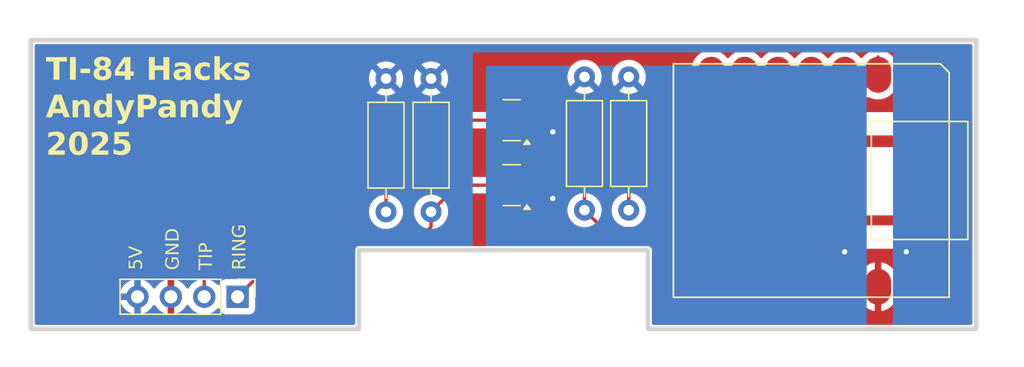
<source format=kicad_pcb>
(kicad_pcb (version 20241229) (generator "pcbnew") (generator_version "9.0")
  (layers (0 "F.Cu" signal) (2 "B.Cu" signal) (13 "F.Paste" user) (15 "B.Paste" user) (5 "F.SilkS" user "F.Silkscreen") (7 "B.SilkS" user "B.Silkscreen") (1 "F.Mask" user) (3 "B.Mask" user) (25 "Edge.Cuts" user))
  (net 0 "")
  (net 1 "RING")
  (net 2 "TIP")
  (net 3 "RING_GPIO")
  (net 4 "TIP_GPIO")
  (net 5 "+5V")
  (net 6 "+3.3V")
  (net 7 "GND")
  (footprint "Package_TO_SOT_SMD:SOT-23" (layer "F.Cu") (at 121.9685 63.119 180)
    (property "Reference" "Q1" (hide yes))
    (property "Value" "MMBF170" (hide yes))
    (fp_line (start 0 1.56) (end 0.65 1.56) (stroke (width 0.12)) (layer "F.SilkS"))
    (fp_line (start 0 1.56) (end -0.65 1.56) (stroke (width 0.12)) (layer "F.SilkS"))
    (fp_line (start 0 -1.56) (end 0.65 -1.56) (stroke (width 0.12)) (layer "F.SilkS"))
    (fp_line (start 0 -1.56) (end -0.65 -1.56) (stroke (width 0.12)) (layer "F.SilkS"))
    (fp_poly (pts (xy -1.1625 -1.51) (xy -1.4025 -1.84) (xy -0.9225 -1.84) (xy -1.1625 -1.51)) (stroke (width 0.12)) (fill yes) (layer "F.SilkS"))
    (pad "1" smd roundrect (at -0.9375 -0.95 180) (size 1.475 0.6) (layers "F.Cu" "F.Mask" "F.Paste") (net 6 "+3.3V"))
    (pad "2" smd roundrect (at -0.9375 0.95 180) (size 1.475 0.6) (layers "F.Cu" "F.Mask" "F.Paste") (net 3 "RING_GPIO"))
    (pad "3" smd roundrect (at 0.9375 0 180) (size 1.475 0.6) (layers "F.Cu" "F.Mask" "F.Paste") (net 1 "RING"))
  )
  (footprint "Connector_PinHeader_2.54mm:PinHeader_1x04_P2.54mm_Vertical" (layer "F.Cu") (at 101.092 71.628 -90)
    (property "Reference" "J1" (hide yes))
    (property "Value" "Conn_01x04" (hide yes))
    (fp_line (start -1.33 8.95) (end 1.33 8.95) (stroke (width 0.12)) (layer "F.SilkS"))
    (fp_line (start -1.33 1.27) (end -1.33 8.95) (stroke (width 0.12)) (layer "F.SilkS"))
    (fp_line (start -1.33 1.27) (end 1.33 1.27) (stroke (width 0.12)) (layer "F.SilkS"))
    (fp_line (start 1.33 1.27) (end 1.33 8.95) (stroke (width 0.12)) (layer "F.SilkS"))
    (fp_line (start -1.33 0) (end -1.33 -1.33) (stroke (width 0.12)) (layer "F.SilkS"))
    (fp_line (start -1.33 -1.33) (end 0 -1.33) (stroke (width 0.12)) (layer "F.SilkS"))
    (pad "1" thru_hole rect (at 0 0 270) (size 1.7 1.7) (drill 1) (layers "*.Cu" "*.Mask") (net 1 "RING"))
    (pad "2" thru_hole oval (at 0 2.54 270) (size 1.7 1.7) (drill 1) (layers "*.Cu" "*.Mask") (net 2 "TIP"))
    (pad "3" thru_hole oval (at 0 5.08 270) (size 1.7 1.7) (drill 1) (layers "*.Cu" "*.Mask") (net 7 "GND"))
    (pad "4" thru_hole oval (at 0 7.62 270) (size 1.7 1.7) (drill 1) (layers "*.Cu" "*.Mask") (net 5 "+5V"))
  )
  (footprint "Resistor_THT:R_Axial_DIN0207_L6.3mm_D2.5mm_P10.16mm_Horizontal" (layer "F.Cu") (at 112.395 54.991 -90)
    (property "Reference" "R4" (hide yes))
    (property "Value" "R" (hide yes))
    (fp_line (start 1.81 1.37) (end 8.35 1.37) (stroke (width 0.12)) (layer "F.SilkS"))
    (fp_line (start 8.35 1.37) (end 8.35 -1.37) (stroke (width 0.12)) (layer "F.SilkS"))
    (fp_line (start 1.04 0) (end 1.81 0) (stroke (width 0.12)) (layer "F.SilkS"))
    (fp_line (start 9.12 0) (end 8.35 0) (stroke (width 0.12)) (layer "F.SilkS"))
    (fp_line (start 1.81 -1.37) (end 1.81 1.37) (stroke (width 0.12)) (layer "F.SilkS"))
    (fp_line (start 8.35 -1.37) (end 1.81 -1.37) (stroke (width 0.12)) (layer "F.SilkS"))
    (pad "1" thru_hole circle (at 0 0 270) (size 1.6 1.6) (drill 0.8) (layers "*.Cu" "*.Mask") (net 5 "+5V"))
    (pad "2" thru_hole oval (at 10.16 0 270) (size 1.6 1.6) (drill 0.8) (layers "*.Cu" "*.Mask") (net 2 "TIP"))
  )
  (footprint "Resistor_THT:R_Axial_DIN0207_L6.3mm_D2.5mm_P10.16mm_Horizontal" (layer "F.Cu") (at 130.876 54.864 -90)
    (property "Reference" "R2" (hide yes))
    (property "Value" "R" (hide yes))
    (fp_line (start 1.81 1.37) (end 8.35 1.37) (stroke (width 0.12)) (layer "F.SilkS"))
    (fp_line (start 8.35 1.37) (end 8.35 -1.37) (stroke (width 0.12)) (layer "F.SilkS"))
    (fp_line (start 1.04 0) (end 1.81 0) (stroke (width 0.12)) (layer "F.SilkS"))
    (fp_line (start 9.12 0) (end 8.35 0) (stroke (width 0.12)) (layer "F.SilkS"))
    (fp_line (start 1.81 -1.37) (end 1.81 1.37) (stroke (width 0.12)) (layer "F.SilkS"))
    (fp_line (start 8.35 -1.37) (end 1.81 -1.37) (stroke (width 0.12)) (layer "F.SilkS"))
    (pad "1" thru_hole circle (at 0 0 270) (size 1.6 1.6) (drill 0.8) (layers "*.Cu" "*.Mask") (net 6 "+3.3V"))
    (pad "2" thru_hole oval (at 10.16 0 270) (size 1.6 1.6) (drill 0.8) (layers "*.Cu" "*.Mask") (net 4 "TIP_GPIO"))
  )
  (footprint "xiao ESP32C3_PCB:MOUDLE14P-SMD-2.54-21X17.8MM" (layer "F.Cu") (at 134.28 53.866 -90)
    (property "Reference" "U1" (hide yes))
    (property "Value" "MOUDLE-SEEEDUINO-XIAO-ESP32C3")
    (fp_line (start 0 0) (end 17.8 0) (stroke (width 0.127)) (layer "F.SilkS"))
    (fp_line (start 17.8 0) (end 17.8 -21) (stroke (width 0.127)) (layer "F.SilkS"))
    (fp_line (start 4.396 -15.072) (end 4.396 -22.425) (stroke (width 0.127)) (layer "F.SilkS"))
    (fp_line (start 13.395 -15.072) (end 4.396 -15.072) (stroke (width 0.127)) (layer "F.SilkS"))
    (fp_line (start 0 -20.3285) (end 0 0) (stroke (width 0.127)) (layer "F.SilkS"))
    (fp_line (start 0.671541 -21) (end 0 -20.3285) (stroke (width 0.127)) (layer "F.SilkS"))
    (fp_line (start 17.8 -21) (end 0.671541 -21) (stroke (width 0.127)) (layer "F.SilkS"))
    (fp_line (start 4.4 -22.424) (end 13.395 -22.424) (stroke (width 0.127)) (layer "F.SilkS"))
    (fp_line (start 13.395 -22.424) (end 13.395 -15.072) (stroke (width 0.127)) (layer "F.SilkS"))
    (pad "1" smd roundrect (at 0.835 -18.12 270) (size 2.75 2) (layers "F.Cu" "F.Mask" "F.Paste") (roundrect_rratio 0.5))
    (pad "2" smd roundrect (at 0.835 -15.58 270) (size 2.75 2) (layers "F.Cu" "F.Mask" "F.Paste") (roundrect_rratio 0.5) (net 4 "TIP_GPIO"))
    (pad "3" smd roundrect (at 0.835 -13.04 270) (size 2.75 2) (layers "F.Cu" "F.Mask" "F.Paste") (roundrect_rratio 0.5))
    (pad "4" smd roundrect (at 0.835 -10.5 270) (size 2.75 2) (layers "F.Cu" "F.Mask" "F.Paste") (roundrect_rratio 0.5))
    (pad "5" smd roundrect (at 0.835 -7.96 270) (size 2.75 2) (layers "F.Cu" "F.Mask" "F.Paste") (roundrect_rratio 0.5))
    (pad "6" smd roundrect (at 0.835 -5.42 270) (size 2.75 2) (layers "F.Cu" "F.Mask" "F.Paste") (roundrect_rratio 0.5))
    (pad "7" smd roundrect (at 0.835 -2.88 270) (size 2.75 2) (layers "F.Cu" "F.Mask" "F.Paste") (roundrect_rratio 0.5))
    (pad "8" smd roundrect (at 17 -2.88 270) (size 2.75 2) (layers "F.Cu" "F.Mask" "F.Paste") (roundrect_rratio 0.5))
    (pad "9" smd roundrect (at 17 -5.42 270) (size 2.75 2) (layers "F.Cu" "F.Mask" "F.Paste") (roundrect_rratio 0.5))
    (pad "10" smd roundrect (at 17 -7.96 270) (size 2.75 2) (layers "F.Cu" "F.Mask" "F.Paste") (roundrect_rratio 0.5))
    (pad "11" smd roundrect (at 17 -10.5 270) (size 2.75 2) (layers "F.Cu" "F.Mask" "F.Paste") (roundrect_rratio 0.5) (net 3 "RING_GPIO"))
    (pad "12" smd roundrect (at 17 -13.04 270) (size 2.75 2) (layers "F.Cu" "F.Mask" "F.Paste") (roundrect_rratio 0.5) (net 6 "+3.3V"))
    (pad "13" smd roundrect (at 17 -15.58 270) (size 2.75 2) (layers "F.Cu" "F.Mask" "F.Paste") (roundrect_rratio 0.5) (net 7 "GND"))
    (pad "14" smd roundrect (at 17 -18.12 270) (size 2.75 2) (layers "F.Cu" "F.Mask" "F.Paste") (roundrect_rratio 0.5) (net 5 "+5V"))
    (zone (net 0) (net_name "") (layer "F.Cu") (connect_pads (clearance 0)) (min_thickness 0.01)
      (keepout (tracks not_allowed) (vias not_allowed) (pads not_allowed) (copperpour not_allowed) (footprints allowed))
      (fill (thermal_gap 0.508) (thermal_bridge_width 0.508))
      (polygon (pts (xy 137.455 60.216) (xy 137.455 65.931) (xy 134.915 65.931) (xy 134.915 60.216)))
    )
    (zone (net 0) (net_name "") (layer "F.Cu") (connect_pads (clearance 0)) (min_thickness 0.01)
      (keepout (tracks not_allowed) (vias not_allowed) (pads not_allowed) (copperpour not_allowed) (footprints allowed))
      (fill (thermal_gap 0.508) (thermal_bridge_width 0.508))
      (polygon (pts (xy 145.583 63.645) (xy 145.583 66.693) (xy 142.535 66.693) (xy 142.535 63.645)))
    )
    (zone (net 0) (net_name "") (layer "F.Cu") (connect_pads (clearance 0)) (min_thickness 0.01)
      (keepout (tracks not_allowed) (vias not_allowed) (pads not_allowed) (copperpour not_allowed) (footprints allowed))
      (fill (thermal_gap 0.508) (thermal_bridge_width 0.508))
      (polygon (pts (xy 147.0435 56.8505) (xy 147.0435 59.7715) (xy 145.0115 59.7715) (xy 145.0115 56.8505)))
    )
    (zone (net 0) (net_name "") (layer "F.Cu") (connect_pads (clearance 0)) (min_thickness 0.01)
      (keepout (tracks not_allowed) (vias not_allowed) (pads not_allowed) (copperpour not_allowed) (footprints allowed))
      (fill (thermal_gap 0.508) (thermal_bridge_width 0.508))
      (polygon (pts (xy 151.298 57.549) (xy 151.298 59.327) (xy 148.631 59.327) (xy 148.631 57.549)))
    )
    (zone (net 0) (net_name "") (layer "F.Cu") (connect_pads (clearance 0)) (min_thickness 0.01)
      (keepout (tracks not_allowed) (vias not_allowed) (pads not_allowed) (copperpour not_allowed) (footprints allowed))
      (fill (thermal_gap 0.508) (thermal_bridge_width 0.508))
      (polygon (pts (xy 151.298 66.185) (xy 151.298 67.963) (xy 148.631 67.963) (xy 148.631 66.185)))
    )
    (zone (net 0) (net_name "") (layer "F.Cu") (connect_pads (clearance 0)) (min_thickness 0.01)
      (keepout (tracks not_allowed) (vias not_allowed) (pads not_allowed) (copperpour not_allowed) (footprints allowed))
      (fill (thermal_gap 0.508) (thermal_bridge_width 0.508))
      (polygon (pts (xy 154.6 60.216) (xy 154.6 65.423) (xy 147.615 65.423) (xy 147.615 60.216)))
    )
    (zone (net 0) (net_name "") (layer "F.Cu") (connect_pads (clearance 0)) (min_thickness 0.01)
      (keepout (tracks not_allowed) (vias not_allowed) (pads not_allowed) (copperpour not_allowed) (footprints allowed))
      (fill (thermal_gap 0.508) (thermal_bridge_width 0.508))
      (polygon (pts (xy 155.362 57.549) (xy 155.362 59.327) (xy 152.695 59.327) (xy 152.695 57.549)))
    )
    (zone (net 0) (net_name "") (layer "F.Cu") (connect_pads (clearance 0)) (min_thickness 0.01)
      (keepout (tracks not_allowed) (vias not_allowed) (pads not_allowed) (copperpour not_allowed) (footprints allowed))
      (fill (thermal_gap 0.508) (thermal_bridge_width 0.508))
      (polygon (pts (xy 155.362 66.185) (xy 155.362 67.963) (xy 152.695 67.963) (xy 152.695 66.185)))
    )
  )
  (footprint "Resistor_THT:R_Axial_DIN0207_L6.3mm_D2.5mm_P10.16mm_Horizontal" (layer "F.Cu") (at 115.824 54.991 -90)
    (property "Reference" "R3" (hide yes))
    (property "Value" "R" (hide yes))
    (fp_line (start 1.81 1.37) (end 8.35 1.37) (stroke (width 0.12)) (layer "F.SilkS"))
    (fp_line (start 8.35 1.37) (end 8.35 -1.37) (stroke (width 0.12)) (layer "F.SilkS"))
    (fp_line (start 1.04 0) (end 1.81 0) (stroke (width 0.12)) (layer "F.SilkS"))
    (fp_line (start 9.12 0) (end 8.35 0) (stroke (width 0.12)) (layer "F.SilkS"))
    (fp_line (start 1.81 -1.37) (end 1.81 1.37) (stroke (width 0.12)) (layer "F.SilkS"))
    (fp_line (start 8.35 -1.37) (end 1.81 -1.37) (stroke (width 0.12)) (layer "F.SilkS"))
    (pad "1" thru_hole circle (at 0 0 270) (size 1.6 1.6) (drill 0.8) (layers "*.Cu" "*.Mask") (net 5 "+5V"))
    (pad "2" thru_hole oval (at 10.16 0 270) (size 1.6 1.6) (drill 0.8) (layers "*.Cu" "*.Mask") (net 1 "RING"))
  )
  (footprint "Package_TO_SOT_SMD:SOT-23" (layer "F.Cu") (at 121.9685 58.166 180)
    (property "Reference" "Q2" (hide yes))
    (property "Value" "MMBF170" (hide yes))
    (fp_line (start 0 1.56) (end 0.65 1.56) (stroke (width 0.12)) (layer "F.SilkS"))
    (fp_line (start 0 1.56) (end -0.65 1.56) (stroke (width 0.12)) (layer "F.SilkS"))
    (fp_line (start 0 -1.56) (end 0.65 -1.56) (stroke (width 0.12)) (layer "F.SilkS"))
    (fp_line (start 0 -1.56) (end -0.65 -1.56) (stroke (width 0.12)) (layer "F.SilkS"))
    (fp_poly (pts (xy -1.1625 -1.51) (xy -1.4025 -1.84) (xy -0.9225 -1.84) (xy -1.1625 -1.51)) (stroke (width 0.12)) (fill yes) (layer "F.SilkS"))
    (pad "1" smd roundrect (at -0.9375 -0.95 180) (size 1.475 0.6) (layers "F.Cu" "F.Mask" "F.Paste") (net 6 "+3.3V"))
    (pad "2" smd roundrect (at -0.9375 0.95 180) (size 1.475 0.6) (layers "F.Cu" "F.Mask" "F.Paste") (net 4 "TIP_GPIO"))
    (pad "3" smd roundrect (at 0.9375 0 180) (size 1.475 0.6) (layers "F.Cu" "F.Mask" "F.Paste") (net 2 "TIP"))
  )
  (footprint "Resistor_THT:R_Axial_DIN0207_L6.3mm_D2.5mm_P10.16mm_Horizontal" (layer "F.Cu") (at 127.508 54.864 -90)
    (property "Reference" "R1" (hide yes))
    (property "Value" "R" (hide yes))
    (fp_line (start 1.81 1.37) (end 8.35 1.37) (stroke (width 0.12)) (layer "F.SilkS"))
    (fp_line (start 8.35 1.37) (end 8.35 -1.37) (stroke (width 0.12)) (layer "F.SilkS"))
    (fp_line (start 1.04 0) (end 1.81 0) (stroke (width 0.12)) (layer "F.SilkS"))
    (fp_line (start 9.12 0) (end 8.35 0) (stroke (width 0.12)) (layer "F.SilkS"))
    (fp_line (start 1.81 -1.37) (end 1.81 1.37) (stroke (width 0.12)) (layer "F.SilkS"))
    (fp_line (start 8.35 -1.37) (end 1.81 -1.37) (stroke (width 0.12)) (layer "F.SilkS"))
    (pad "1" thru_hole circle (at 0 0 270) (size 1.6 1.6) (drill 0.8) (layers "*.Cu" "*.Mask") (net 6 "+3.3V"))
    (pad "2" thru_hole oval (at 10.16 0 270) (size 1.6 1.6) (drill 0.8) (layers "*.Cu" "*.Mask") (net 3 "RING_GPIO"))
  )
  (gr_line (start 110.344021 74.070204) (end 110.344021 68.070051) (stroke (width 0.35738)) (layer "Edge.Cuts"))
  (gr_line (start 132.344233 74.070204) (end 157.344263 74.070204) (stroke (width 0.35738)) (layer "Edge.Cuts"))
  (gr_line (start 157.344263 74.070204) (end 157.344263 52.07) (stroke (width 0.35738)) (layer "Edge.Cuts"))
  (gr_line (start 132.344233 68.070051) (end 132.344233 74.070204) (stroke (width 0.35738)) (layer "Edge.Cuts"))
  (gr_line (start 110.344013 52.07) (end 85.344 52.07) (stroke (width 0.35738)) (layer "Edge.Cuts"))
  (gr_line (start 85.344 52.07) (end 85.344 74.070204) (stroke (width 0.35738)) (layer "Edge.Cuts"))
  (gr_line (start 85.344 74.070204) (end 110.344021 74.070204) (stroke (width 0.35738)) (layer "Edge.Cuts"))
  (gr_line (start 132.344217 52.07) (end 110.344013 52.07) (stroke (width 0.35738)) (layer "Edge.Cuts"))
  (gr_line (start 157.344263 52.07) (end 132.344217 52.07) (stroke (width 0.35738)) (layer "Edge.Cuts"))
  (gr_line (start 110.344021 68.070051) (end 132.344233 68.070051) (stroke (width 0.35738)) (layer "Edge.Cuts"))
  (gr_text "RING" (at 101.854 69.596 90) (layer "F.SilkS") (effects (font (size 1 1)) (justify left bottom)))
  (gr_text "GND" (at 96.774 69.596 90) (layer "F.SilkS") (effects (font (size 1 1)) (justify left bottom)))
  (gr_text "TIP\n" (at 99.314 69.596 90) (layer "F.SilkS") (effects (font (size 1 1)) (justify left bottom)))
  (gr_text "5V" (at 93.98 69.596 90) (layer "F.SilkS") (effects (font (size 1 1)) (justify left bottom)))
  (gr_text "TI-84 Hacks\nAndyPandy\n2025" (at 86.487 61.087 0) (layer "F.SilkS") (effects (font (size 1.7 1.7) (thickness 0.2) (bold yes)) (justify left bottom)))
  (segment (start 115.824 65.151) (end 115.824 66.294) (width 0.25) (layer "F.Cu") (net 1))
  (segment (start 115.824 66.294) (end 115.189 66.929) (width 0.25) (layer "F.Cu") (net 1))
  (segment (start 117.856 63.119) (end 115.824 65.151) (width 0.25) (layer "F.Cu") (net 1))
  (segment (start 121.031 63.119) (end 117.856 63.119) (width 0.25) (layer "F.Cu") (net 1))
  (segment (start 105.791 66.929) (end 101.092 71.628) (width 0.25) (layer "F.Cu") (net 1))
  (segment (start 115.189 66.929) (end 105.791 66.929) (width 0.25) (layer "F.Cu") (net 1))
  (segment (start 117.602 58.166) (end 112.395 63.373) (width 0.25) (layer "F.Cu") (net 2))
  (segment (start 112.395 63.373) (end 111.887 62.865) (width 0.25) (layer "F.Cu") (net 2))
  (segment (start 104.648 62.865) (end 98.552 68.961) (width 0.25) (layer "F.Cu") (net 2))
  (segment (start 121.031 58.166) (end 117.602 58.166) (width 0.25) (layer "F.Cu") (net 2))
  (segment (start 111.887 62.865) (end 104.648 62.865) (width 0.25) (layer "F.Cu") (net 2))
  (segment (start 112.395 63.373) (end 112.395 65.151) (width 0.25) (layer "F.Cu") (net 2))
  (segment (start 98.552 68.961) (end 98.552 71.628) (width 0.25) (layer "F.Cu") (net 2))
  (segment (start 127.508 62.508) (end 127 62) (width 0.25) (layer "F.Cu") (net 3))
  (segment (start 123.075 62) (end 122.906 62.169) (width 0.25) (layer "F.Cu") (net 3))
  (segment (start 128.905 66.421) (end 140.335 66.421) (width 0.25) (layer "F.Cu") (net 3))
  (segment (start 127.508 65.024) (end 127.508 62.508) (width 0.25) (layer "F.Cu") (net 3))
  (segment (start 140.335 66.421) (end 144.78 70.866) (width 0.25) (layer "F.Cu") (net 3))
  (segment (start 127 62) (end 123.075 62) (width 0.25) (layer "F.Cu") (net 3))
  (segment (start 127.508 65.024) (end 128.905 66.421) (width 0.25) (layer "F.Cu") (net 3))
  (segment (start 146.939 60.452) (end 139.827 60.452) (width 0.25) (layer "F.Cu") (net 4))
  (segment (start 130.876 65.024) (end 130.876 61.876) (width 0.25) (layer "F.Cu") (net 4))
  (segment (start 149.86 54.701) (end 149.86 53.34) (width 0.25) (layer "F.Cu") (net 4))
  (segment (start 147.955 59.436) (end 146.939 60.452) (width 0.25) (layer "F.Cu") (net 4))
  (segment (start 133.35 59.436) (end 130.876 61.91) (width 0.25) (layer "F.Cu") (net 4))
  (segment (start 130.876 61.876) (end 126.216 57.216) (width 0.25) (layer "F.Cu") (net 4))
  (segment (start 147.955 56.606) (end 147.955 59.436) (width 0.25) (layer "F.Cu") (net 4))
  (segment (start 149.86 54.701) (end 147.955 56.606) (width 0.25) (layer "F.Cu") (net 4))
  (segment (start 126.216 57.216) (end 122.906 57.216) (width 0.25) (layer "F.Cu") (net 4))
  (segment (start 139.827 60.452) (end 138.811 59.436) (width 0.25) (layer "F.Cu") (net 4))
  (segment (start 130.876 61.91) (end 130.876 65.024) (width 0.25) (layer "F.Cu") (net 4))
  (segment (start 138.811 59.436) (end 133.35 59.436) (width 0.25) (layer "F.Cu") (net 4))
  (segment (start 152.4 70.866) (end 152.4 68.58) (width 0.25) (layer "F.Cu") (net 5))
  (segment (start 152.4 68.58) (end 152.019 68.199) (width 0.25) (layer "F.Cu") (net 5))
  (via (at 152.019 68.199) (size 0.8) (drill 0.4) (layers "F.Cu" "B.Cu") (net 5))
  (segment (start 122.906 64.069) (end 125.029 64.069) (width 0.25) (layer "F.Cu") (net 6))
  (segment (start 122.906 59.116) (end 125.034 59.116) (width 0.25) (layer "F.Cu") (net 6))
  (segment (start 125.029 64.069) (end 125.095 64.135) (width 0.25) (layer "F.Cu") (net 6))
  (segment (start 147.32 70.866) (end 147.32 68.199) (width 0.25) (layer "F.Cu") (net 6))
  (segment (start 125.034 59.116) (end 125.095 59.055) (width 0.25) (layer "F.Cu") (net 6))
  (via (at 147.32 68.199) (size 0.8) (drill 0.4) (layers "F.Cu" "B.Cu") (net 6))
  (via (at 125.095 64.135) (size 0.8) (drill 0.4) (layers "F.Cu" "B.Cu") (net 6))
  (via (at 125.095 59.055) (size 0.8) (drill 0.4) (layers "F.Cu" "B.Cu") (net 6))
  (zone (net 7) (net_name "GND") (layer "F.Cu") (priority 1) (connect_pads (clearance 0.5)) (min_thickness 0.25) (fill yes (thermal_gap 0.5) (thermal_bridge_width 0.5) (island_removal_mode 1) (island_area_min 10))
    (polygon (pts (xy 159 76) (xy 159 50) (xy 83 50) (xy 83 76)))
  )
  (zone (net 5) (net_name "+5V") (layer "B.Cu") (priority 1) (connect_pads (clearance 0.5)) (min_thickness 0.25) (fill yes (thermal_gap 0.5) (thermal_bridge_width 0.5))
    (polygon (pts (xy 84 77) (xy 84 49) (xy 161 49) (xy 161 76.635) (xy 151 76.635) (xy 151 53) (xy 119 53) (xy 119 77)))
  )
  (zone (net 6) (net_name "+3.3V") (layer "B.Cu") (priority 2) (connect_pads (clearance 0.5)) (min_thickness 0.25) (fill yes (thermal_gap 0.5) (thermal_bridge_width 0.5))
    (polygon (pts (xy 149 77) (xy 120 77) (xy 120 54) (xy 149 54)))
  )
)
</source>
